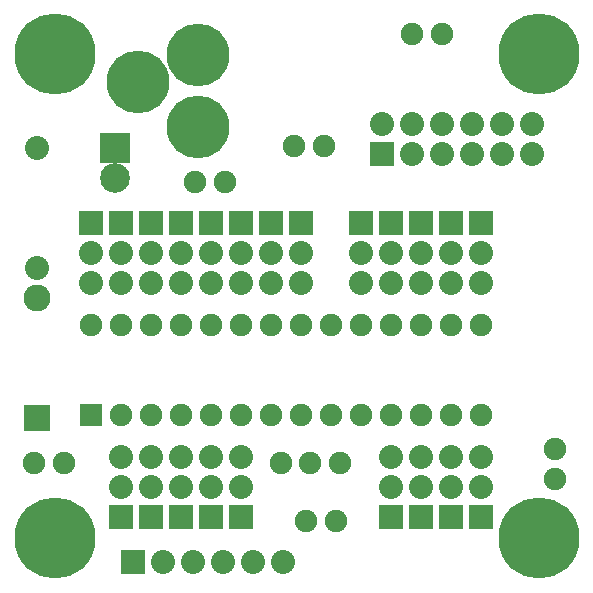
<source format=gbs>
G04 #@! TF.FileFunction,Soldermask,Bot*
%FSLAX46Y46*%
G04 Gerber Fmt 4.6, Leading zero omitted, Abs format (unit mm)*
G04 Created by KiCad (PCBNEW (after 2015-mar-04 BZR unknown)-product) date 7/24/2015 4:51:47 PM*
%MOMM*%
G01*
G04 APERTURE LIST*
%ADD10C,0.150000*%
%ADD11C,1.905000*%
%ADD12R,1.905000X1.905000*%
%ADD13R,2.506980X2.506980*%
%ADD14C,2.506980*%
%ADD15R,2.032000X2.032000*%
%ADD16C,2.032000*%
%ADD17C,2.286000*%
%ADD18R,2.286000X2.286000*%
%ADD19C,5.308600*%
%ADD20C,6.858000*%
G04 APERTURE END LIST*
D10*
D11*
X89290000Y-42286000D03*
X91830000Y-42286000D03*
X81788000Y-51816000D03*
X79248000Y-51816000D03*
X59826000Y-78608000D03*
X57286000Y-78608000D03*
X73406000Y-54864000D03*
X70866000Y-54864000D03*
X64652000Y-74544000D03*
X67192000Y-74544000D03*
X69732000Y-74544000D03*
X72272000Y-74544000D03*
X74812000Y-74544000D03*
X77352000Y-74544000D03*
X79892000Y-74544000D03*
X82432000Y-74544000D03*
X84972000Y-74544000D03*
X87512000Y-74544000D03*
X90052000Y-74544000D03*
X92592000Y-74544000D03*
X95132000Y-74544000D03*
D12*
X62112000Y-74544000D03*
D11*
X95132000Y-66924000D03*
X92592000Y-66924000D03*
X90052000Y-66924000D03*
X87512000Y-66924000D03*
X84972000Y-66924000D03*
X82432000Y-66924000D03*
X79892000Y-66924000D03*
X77352000Y-66924000D03*
X74812000Y-66924000D03*
X72272000Y-66924000D03*
X69732000Y-66924000D03*
X67192000Y-66924000D03*
X64652000Y-66924000D03*
X62112000Y-66924000D03*
D13*
X64144000Y-51938000D03*
D14*
X64144000Y-54478000D03*
D15*
X65650000Y-87000000D03*
D16*
X68190000Y-87000000D03*
X70730000Y-87000000D03*
X73270000Y-87000000D03*
X75810000Y-87000000D03*
X78350000Y-87000000D03*
D15*
X74812000Y-83180000D03*
D16*
X74812000Y-80640000D03*
X74812000Y-78100000D03*
D15*
X84972000Y-58288000D03*
D16*
X84972000Y-60828000D03*
X84972000Y-63368000D03*
D15*
X87512000Y-58288000D03*
D16*
X87512000Y-60828000D03*
X87512000Y-63368000D03*
D15*
X90052000Y-58288000D03*
D16*
X90052000Y-60828000D03*
X90052000Y-63368000D03*
D15*
X92592000Y-58288000D03*
D16*
X92592000Y-60828000D03*
X92592000Y-63368000D03*
D15*
X95132000Y-58288000D03*
D16*
X95132000Y-60828000D03*
X95132000Y-63368000D03*
D15*
X95132000Y-83180000D03*
D16*
X95132000Y-80640000D03*
X95132000Y-78100000D03*
D15*
X92592000Y-83180000D03*
D16*
X92592000Y-80640000D03*
X92592000Y-78100000D03*
D15*
X90052000Y-83180000D03*
D16*
X90052000Y-80640000D03*
X90052000Y-78100000D03*
D15*
X87512000Y-83180000D03*
D16*
X87512000Y-80640000D03*
X87512000Y-78100000D03*
D15*
X74812000Y-58288000D03*
D16*
X74812000Y-60828000D03*
X74812000Y-63368000D03*
D15*
X72272000Y-83180000D03*
D16*
X72272000Y-80640000D03*
X72272000Y-78100000D03*
D15*
X69732000Y-83180000D03*
D16*
X69732000Y-80640000D03*
X69732000Y-78100000D03*
D15*
X67192000Y-83180000D03*
D16*
X67192000Y-80640000D03*
X67192000Y-78100000D03*
D15*
X64652000Y-83180000D03*
D16*
X64652000Y-80640000D03*
X64652000Y-78100000D03*
D15*
X62112000Y-58288000D03*
D16*
X62112000Y-60828000D03*
X62112000Y-63368000D03*
D15*
X64652000Y-58288000D03*
D16*
X64652000Y-60828000D03*
X64652000Y-63368000D03*
D15*
X67192000Y-58288000D03*
D16*
X67192000Y-60828000D03*
X67192000Y-63368000D03*
D15*
X69732000Y-58288000D03*
D16*
X69732000Y-60828000D03*
X69732000Y-63368000D03*
D15*
X72272000Y-58288000D03*
D16*
X72272000Y-60828000D03*
X72272000Y-63368000D03*
D17*
X57540000Y-64638000D03*
D18*
X57540000Y-74798000D03*
D16*
X57540000Y-51938000D03*
X57540000Y-62098000D03*
D15*
X77352000Y-58288000D03*
D16*
X77352000Y-60828000D03*
X77352000Y-63368000D03*
D15*
X79892000Y-58288000D03*
D16*
X79892000Y-60828000D03*
X79892000Y-63368000D03*
D11*
X83153360Y-78608000D03*
X78154640Y-78608000D03*
X80654000Y-78608000D03*
D15*
X86750000Y-52446000D03*
D16*
X86750000Y-49906000D03*
X89290000Y-52446000D03*
X89290000Y-49906000D03*
X91830000Y-52446000D03*
X91830000Y-49906000D03*
X94370000Y-52446000D03*
X94370000Y-49906000D03*
X96910000Y-52446000D03*
X96910000Y-49906000D03*
X99450000Y-52446000D03*
X99450000Y-49906000D03*
D19*
X71120000Y-44069000D03*
X71120000Y-50165000D03*
X66040000Y-46355000D03*
D11*
X80264000Y-83566000D03*
X82804000Y-83566000D03*
X101346000Y-77470000D03*
X101346000Y-80010000D03*
D20*
X59000000Y-44000000D03*
X100000000Y-44000000D03*
X100000000Y-85000000D03*
X59000000Y-85000000D03*
M02*

</source>
